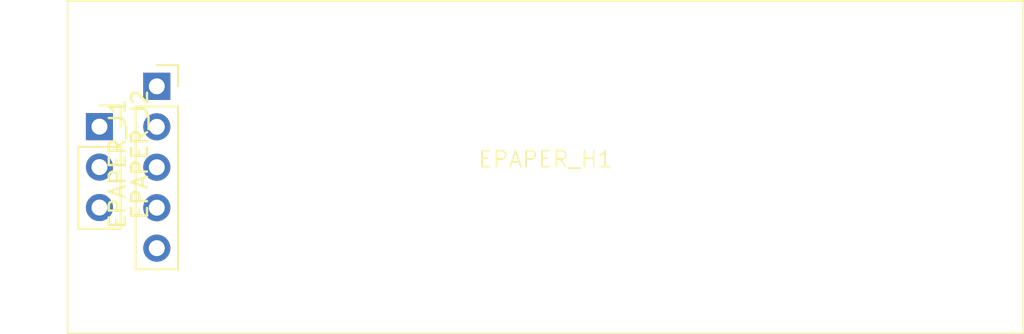
<source format=kicad_pcb>
(kicad_pcb (version 20241229) (generator "pcbnew") (generator_version "9.0")
  (layers (0 "F.Cu" signal) (2 "B.Cu" signal) (13 "F.Paste" user) (15 "B.Paste" user) (5 "F.SilkS" user "F.Silkscreen") (7 "B.SilkS" user "B.Silkscreen") (1 "F.Mask" user) (3 "B.Mask" user) (25 "Edge.Cuts" user))
  (net 0 "")
  (net 1 "CS")
  (net 2 "RST")
  (net 3 "CLK")
  (net 4 "DC")
  (net 5 "DIN")
  (net 6 "GND")
  (net 7 "3.3V")
  (net 8 "BUSY")
  (footprint "ErgoCai.pretty:PinSocket_1x03_P2.54mm_Vertical" (layer "F.Cu") (at 2 -2.55)
    (property "Reference" "EPAPER_J2" (at 2.53 1.75 90) (layer "F.SilkS"))
    (property "Value" "Conn_01x03_Pin")
    (fp_line (start -1.33 1.27) (end -1.33 6.41) (stroke (width 0.12)) (layer "F.SilkS"))
    (fp_line (start -1.33 1.27) (end 1.33 1.27) (stroke (width 0.12)) (layer "F.SilkS"))
    (fp_line (start -1.33 6.41) (end 1.33 6.41) (stroke (width 0.12)) (layer "F.SilkS"))
    (fp_line (start 0 -1.33) (end 1.33 -1.33) (stroke (width 0.12)) (layer "F.SilkS"))
    (fp_line (start 1.33 -1.33) (end 1.33 0) (stroke (width 0.12)) (layer "F.SilkS"))
    (fp_line (start 1.33 1.27) (end 1.33 6.41) (stroke (width 0.12)) (layer "F.SilkS"))
    (pad "1" thru_hole rect (at 0 0) (size 1.7 1.7) (drill 1) (layers "*.Cu" "*.Mask") (net 6 "GND"))
    (pad "2" thru_hole circle (at 0 2.54) (size 1.7 1.7) (drill 1) (layers "*.Cu" "*.Mask") (net 7 "3.3V"))
    (pad "3" thru_hole circle (at 0 5.08) (size 1.7 1.7) (drill 1) (layers "*.Cu" "*.Mask") (net 8 "BUSY"))
  )
  (footprint "ErgoCai.pretty:e-paper_1.02inch_mount" (layer "F.Cu") (at 30 0)
    (property "Reference" "EPAPER_H1" (at 0 -0.5 0) (layer "F.SilkS") (effects (font (thickness 0.1))))
    (property "Value" "MountingHole")
    (fp_rect (start -30 -10.45) (end 30 10.45) (stroke (width 0.1)) (fill no) (layer "F.SilkS"))
    (pad "" np_thru_hole circle (at -27.8384 -8.3058) (size 2.2 2.2) (drill 2.2) (layers "*.Cu" "*.Mask"))
    (pad "" np_thru_hole circle (at -27.8384 8.3058) (size 2.2 2.2) (drill 2.2) (layers "*.Cu" "*.Mask"))
  )
  (footprint "ErgoCai.pretty:PinSocket_1x05_P2.54mm_Vertical" (layer "F.Cu") (at 5.6 -5.08)
    (property "Reference" "EPAPER_J1" (at -2.47 4.87 90) (layer "F.SilkS"))
    (property "Value" "Conn_01x06_Pin")
    (fp_line (start -1.33 1.27) (end -1.33 11.49) (stroke (width 0.12)) (layer "F.SilkS"))
    (fp_line (start -1.33 1.27) (end 1.33 1.27) (stroke (width 0.12)) (layer "F.SilkS"))
    (fp_line (start -1.33 11.49) (end 1.33 11.49) (stroke (width 0.12)) (layer "F.SilkS"))
    (fp_line (start 0 -1.33) (end 1.33 -1.33) (stroke (width 0.12)) (layer "F.SilkS"))
    (fp_line (start 1.33 -1.33) (end 1.33 0) (stroke (width 0.12)) (layer "F.SilkS"))
    (fp_line (start 1.33 1.27) (end 1.33 11.49) (stroke (width 0.12)) (layer "F.SilkS"))
    (pad "1" thru_hole rect (at 0 0) (size 1.7 1.7) (drill 1) (layers "*.Cu" "*.Mask") (net 2 "RST"))
    (pad "2" thru_hole circle (at 0 2.54) (size 1.7 1.7) (drill 1) (layers "*.Cu" "*.Mask") (net 4 "DC"))
    (pad "3" thru_hole circle (at 0 5.08) (size 1.7 1.7) (drill 1) (layers "*.Cu" "*.Mask") (net 1 "CS"))
    (pad "4" thru_hole circle (at 0 7.62) (size 1.7 1.7) (drill 1) (layers "*.Cu" "*.Mask") (net 3 "CLK"))
    (pad "5" thru_hole circle (at 0 10.16) (size 1.7 1.7) (drill 1) (layers "*.Cu" "*.Mask") (net 5 "DIN"))
  )
)
</source>
